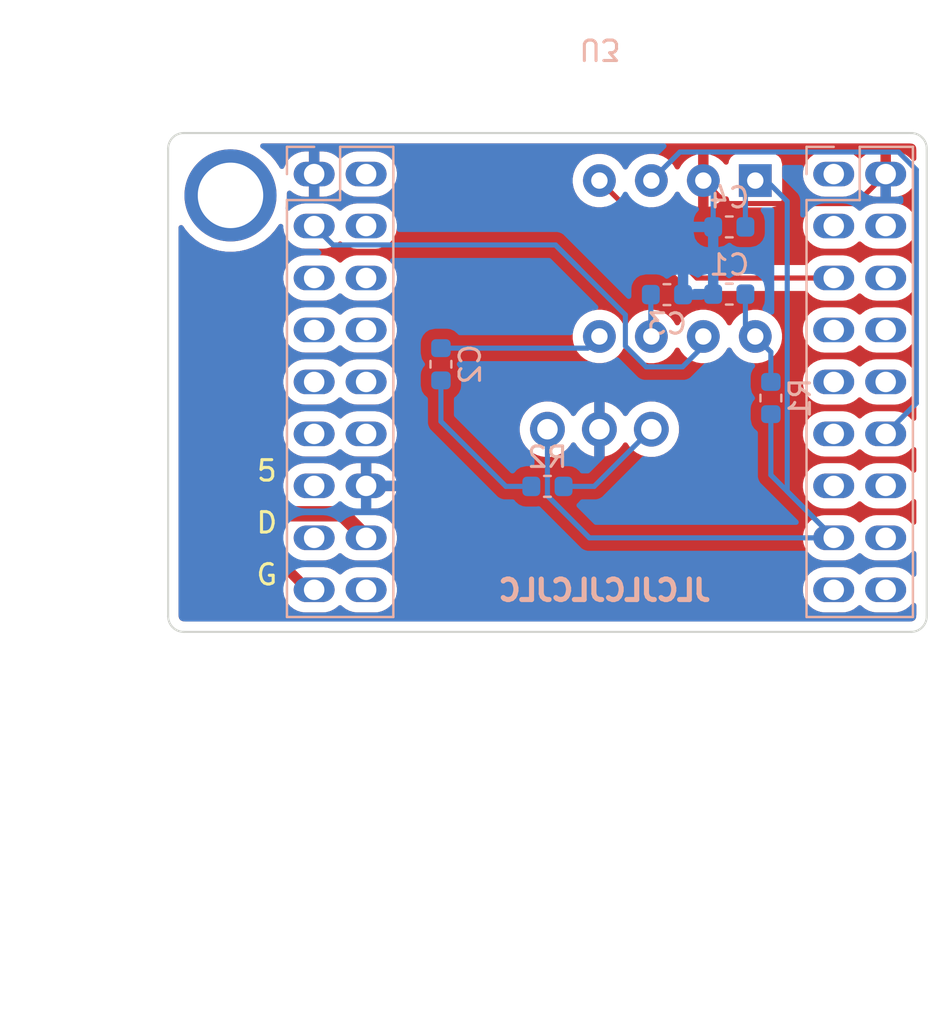
<source format=kicad_pcb>
(kicad_pcb (version 20200628) (host pcbnew "(5.99.0-2290-gd34f8fd4b)")
  (layers (0 "F.Cu" signal) (31 "B.Cu" signal) (34 "B.Paste" user) (35 "F.Paste" user) (36 "B.SilkS" user) (37 "F.SilkS" user) (38 "B.Mask" user) (39 "F.Mask" user) (44 "Edge.Cuts" user))
  (net 0 "")
  (net 1 "GND")
  (net 2 "Net-(C1-Pad1)")
  (net 3 "Net-(C2-Pad2)")
  (net 4 "Net-(C2-Pad1)")
  (net 5 "Net-(C3-Pad1)")
  (net 6 "+3V3")
  (net 7 "AUDIO")
  (net 8 "ESP_STROBE")
  (net 9 "ESP_RESET")
  (net 10 "ESP_AUDIO")
  (net 11 "Net-(U3-Pad29)")
  (net 12 "Net-(U3-Pad25)")
  (net 13 "Net-(U3-Pad30)")
  (net 14 "Net-(U3-Pad32)")
  (net 15 "Net-(U3-Pad23)")
  (net 16 "Net-(U3-Pad27)")
  (net 17 "Net-(U3-Pad34)")
  (net 18 "Net-(U3-Pad28)")
  (net 19 "Net-(U3-Pad35)")
  (net 20 "Net-(U3-Pad24)")
  (net 21 "Net-(U3-Pad19)")
  (net 22 "Net-(U3-Pad26)")
  (net 23 "Net-(U3-Pad21)")
  (net 24 "Net-(U3-Pad13)")
  (net 25 "Net-(U3-Pad7)")
  (net 26 "Net-(U3-Pad12)")
  (net 27 "Net-(U3-Pad2)")
  (net 28 "Net-(U3-Pad14)")
  (net 29 "Net-(U3-Pad4)")
  (net 30 "Net-(U3-Pad5)")
  (net 31 "Net-(U3-Pad9)")
  (net 32 "Net-(U3-Pad10)")
  (net 33 "Net-(U3-Pad17)")
  (net 34 "Net-(U3-Pad8)")
  (net 35 "Net-(U3-Pad15)")
  (net 36 "Net-(U3-Pad3)")
  (net 37 "+5V")
  (net 38 "LED_DATA")
  (net 39 "Net-(U3-Pad18)")
  (module "audio-esp32:FullArt" (layer "F.Cu") (at 144.272 78.232)
    (fp_text reference "G***" hide)
    (fp_text value "LOGO" hide)
  )
  (module "LOGO" (layer "B.Cu") (at 132.842 86.868 -90)
    (fp_text reference "G***" hide)
    (fp_text value "LOGO" hide)
  )
  (module "Connector_PinSocket_2.54mm:PinSocket_1x03_P2.54mm_Vertical" (layer "F.Cu") (at 131.572 87.884 180)
    (fp_text reference "J1" hide)
    (fp_text value "Conn_01x03")
    (fp_text user "G" (at -2.032 0 unlocked) (layer "F.SilkS"))
    (fp_text user "D" (at -2.032 2.54 unlocked) (layer "F.SilkS"))
    (fp_text user "5" (at -2.032 5.08 unlocked) (layer "F.SilkS"))
    (pad "3" smd oval (at 0 5.08 180) (size 2.3 1.7) (layers "F.Cu" "F.Paste" "F.Mask") (net 37 "+5V"))
    (pad "2" smd oval (at 0 2.54 180) (size 2.3 1.7) (layers "F.Cu" "F.Paste" "F.Mask") (net 38 "LED_DATA"))
    (pad "1" smd oval (at 0 0 180) (size 2.3 1.7) (layers "F.Cu" "F.Paste" "F.Mask") (net 1 "GND"))
  )
  (module "Package_DIP:DIP-8_W7.62mm" (layer "F.Cu") (at 157.48 68.61825 -90)
    (fp_text reference "U1" hide)
    (fp_text value "MSGEQ7")
    (pad "8" thru_hole oval (at 7.62 0 270) (size 1.6 1.6) (drill 0.8) (layers *.Cu *.Mask) (net 2 "Net-(C1-Pad1)"))
    (pad "4" thru_hole oval (at 0 7.62 270) (size 1.6 1.6) (drill 0.8) (layers *.Cu *.Mask) (net 8 "ESP_STROBE"))
    (pad "7" thru_hole oval (at 7.62 2.54 270) (size 1.6 1.6) (drill 0.8) (layers *.Cu *.Mask) (net 9 "ESP_RESET"))
    (pad "3" thru_hole oval (at 0 5.08 270) (size 1.6 1.6) (drill 0.8) (layers *.Cu *.Mask) (net 10 "ESP_AUDIO"))
    (pad "6" thru_hole oval (at 7.62 5.08 270) (size 1.6 1.6) (drill 0.8) (layers *.Cu *.Mask) (net 5 "Net-(C3-Pad1)"))
    (pad "2" thru_hole oval (at 0 2.54 270) (size 1.6 1.6) (drill 0.8) (layers *.Cu *.Mask) (net 1 "GND"))
    (pad "5" thru_hole oval (at 7.62 7.62 270) (size 1.6 1.6) (drill 0.8) (layers *.Cu *.Mask) (net 3 "Net-(C2-Pad2)"))
    (pad "1" thru_hole rect (at 0 0 270) (size 1.6 1.6) (drill 0.8) (layers *.Cu *.Mask) (net 6 "+3V3"))
  )
  (module "audio-esp32:MicrophoneModule" (layer "F.Cu") (at 149.86 90.17 180)
    (fp_text reference "U2" hide)
    (fp_text value "MicrophoneModule")
    (pad "1" thru_hole circle (at -2.54 9.398 270) (size 1.7 1.7) (drill 1) (layers *.Cu *.Mask) (net 7 "AUDIO"))
    (pad "3" thru_hole oval (at 2.54 9.398 270) (size 1.7 1.7) (drill 1) (layers *.Cu *.Mask) (net 6 "+3V3"))
    (pad "2" thru_hole oval (at 0 9.398 270) (size 1.7 1.7) (drill 1) (layers *.Cu *.Mask) (net 1 "GND"))
  )
  (module "MountingHole:MountingHole_3.2mm_M3_Pad" (layer "F.Cu") (at 131.826 69.342)
    (fp_text reference "REF**" hide)
    (fp_text value "MountingHole_3.2mm_M3_Pad")
    (pad "1" thru_hole circle (at 0 0) (size 4.5 4.5) (drill 3.2) (layers *.Cu *.Mask))
  )
  (module "f0xparts:USBCWrover" (layer "B.Cu") (at 149.885938 83.032948 180)
    (fp_text reference "U3" (at 0 20.828 180 unlocked) (layer "B.SilkS") (effects (justify mirror)))
    (fp_text value "USBCWrover")
    (fp_line (start -10.1 16.062) (end -11.43 16.062) (layer "B.SilkS") (width 0.12))
    (fp_line (start -10.1 13.462) (end -12.7 13.462) (layer "B.SilkS") (width 0.12))
    (fp_line (start -10.1 -6.918) (end -15.3 -6.918) (layer "B.SilkS") (width 0.12))
    (fp_line (start -10.1 14.732) (end -10.1 16.062) (layer "B.SilkS") (width 0.12))
    (fp_line (start -10.1 13.462) (end -10.1 -6.918) (layer "B.SilkS") (width 0.12))
    (fp_line (start -12.7 16.062) (end -15.3 16.062) (layer "B.SilkS") (width 0.12))
    (fp_line (start -12.7 13.462) (end -12.7 16.062) (layer "B.SilkS") (width 0.12))
    (fp_line (start -15.3 16.062) (end -15.3 -6.918) (layer "B.SilkS") (width 0.12))
    (fp_line (start 15.3 16.062) (end 13.97 16.062) (layer "B.SilkS") (width 0.12))
    (fp_line (start 15.3 13.462) (end 12.7 13.462) (layer "B.SilkS") (width 0.12))
    (fp_line (start 15.3 -6.918) (end 10.1 -6.918) (layer "B.SilkS") (width 0.12))
    (fp_line (start 15.3 14.732) (end 15.3 16.062) (layer "B.SilkS") (width 0.12))
    (fp_line (start 15.3 13.462) (end 15.3 -6.918) (layer "B.SilkS") (width 0.12))
    (fp_line (start 12.7 16.062) (end 10.1 16.062) (layer "B.SilkS") (width 0.12))
    (fp_line (start 12.7 13.462) (end 12.7 16.062) (layer "B.SilkS") (width 0.12))
    (fp_line (start 10.1 16.062) (end 10.1 -6.918) (layer "B.SilkS") (width 0.12))
    (pad "3" thru_hole oval (at -13.97 12.192 180) (size 2 1.2) (drill 1) (layers *.Cu *.Mask) (net 36 "Net-(U3-Pad3)"))
    (pad "18" thru_hole oval (at -11.43 -5.588 180) (size 2 1.2) (drill 1) (layers *.Cu *.Mask) (net 39 "Net-(U3-Pad18)"))
    (pad "15" thru_hole oval (at -13.97 -3.048 180) (size 2 1.2) (drill 1) (layers *.Cu *.Mask) (net 35 "Net-(U3-Pad15)"))
    (pad "8" thru_hole oval (at -11.43 7.112 180) (size 2 1.2) (drill 1) (layers *.Cu *.Mask) (net 34 "Net-(U3-Pad8)"))
    (pad "1" thru_hole oval (at -13.97 14.732 180) (size 2 1.2) (drill 1) (layers *.Cu *.Mask) (net 1 "GND"))
    (pad "6" thru_hole oval (at -11.43 9.652 180) (size 2 1.2) (drill 1) (layers *.Cu *.Mask) (net 8 "ESP_STROBE"))
    (pad "17" thru_hole oval (at -13.97 -5.588 180) (size 2 1.2) (drill 1) (layers *.Cu *.Mask) (net 33 "Net-(U3-Pad17)"))
    (pad "10" thru_hole oval (at -11.43 4.572 180) (size 2 1.2) (drill 1) (layers *.Cu *.Mask) (net 32 "Net-(U3-Pad10)"))
    (pad "16" thru_hole oval (at -11.43 -3.048 180) (size 2 1.2) (drill 1) (layers *.Cu *.Mask) (net 6 "+3V3"))
    (pad "9" thru_hole oval (at -13.97 4.572 180) (size 2 1.2) (drill 1) (layers *.Cu *.Mask) (net 31 "Net-(U3-Pad9)"))
    (pad "5" thru_hole oval (at -13.97 9.652 180) (size 2 1.2) (drill 1) (layers *.Cu *.Mask) (net 30 "Net-(U3-Pad5)"))
    (pad "4" thru_hole oval (at -11.43 12.192 180) (size 2 1.2) (drill 1) (layers *.Cu *.Mask) (net 29 "Net-(U3-Pad4)"))
    (pad "14" thru_hole oval (at -11.43 -0.508 180) (size 2 1.2) (drill 1) (layers *.Cu *.Mask) (net 28 "Net-(U3-Pad14)"))
    (pad "2" thru_hole oval (at -11.43 14.732 180) (size 2 1.2) (drill 1) (layers *.Cu *.Mask) (net 27 "Net-(U3-Pad2)"))
    (pad "12" thru_hole oval (at -11.43 2.032 180) (size 2 1.2) (drill 1) (layers *.Cu *.Mask) (net 26 "Net-(U3-Pad12)"))
    (pad "7" thru_hole oval (at -13.97 7.112 180) (size 2 1.2) (drill 1) (layers *.Cu *.Mask) (net 25 "Net-(U3-Pad7)"))
    (pad "13" thru_hole oval (at -13.97 -0.508 180) (size 2 1.2) (drill 1) (layers *.Cu *.Mask) (net 24 "Net-(U3-Pad13)"))
    (pad "11" thru_hole oval (at -13.97 2.032 180) (size 2 1.2) (drill 1) (layers *.Cu *.Mask) (net 10 "ESP_AUDIO"))
    (pad "21" thru_hole oval (at 11.43 12.192 180) (size 2 1.2) (drill 1) (layers *.Cu *.Mask) (net 23 "Net-(U3-Pad21)"))
    (pad "36" thru_hole oval (at 13.97 -5.588 180) (size 2 1.2) (drill 1) (layers *.Cu *.Mask) (net 38 "LED_DATA"))
    (pad "33" thru_hole oval (at 11.43 -3.048 180) (size 2 1.2) (drill 1) (layers *.Cu *.Mask) (net 37 "+5V"))
    (pad "26" thru_hole oval (at 13.97 7.112 180) (size 2 1.2) (drill 1) (layers *.Cu *.Mask) (net 22 "Net-(U3-Pad26)"))
    (pad "19" thru_hole oval (at 11.43 14.732 180) (size 2 1.2) (drill 1) (layers *.Cu *.Mask) (net 21 "Net-(U3-Pad19)"))
    (pad "24" thru_hole oval (at 13.97 9.652 180) (size 2 1.2) (drill 1) (layers *.Cu *.Mask) (net 20 "Net-(U3-Pad24)"))
    (pad "35" thru_hole oval (at 11.43 -5.588 180) (size 2 1.2) (drill 1) (layers *.Cu *.Mask) (net 19 "Net-(U3-Pad35)"))
    (pad "28" thru_hole oval (at 13.97 4.572 180) (size 2 1.2) (drill 1) (layers *.Cu *.Mask) (net 18 "Net-(U3-Pad28)"))
    (pad "34" thru_hole oval (at 13.97 -3.048 180) (size 2 1.2) (drill 1) (layers *.Cu *.Mask) (net 17 "Net-(U3-Pad34)"))
    (pad "27" thru_hole oval (at 11.43 4.572 180) (size 2 1.2) (drill 1) (layers *.Cu *.Mask) (net 16 "Net-(U3-Pad27)"))
    (pad "23" thru_hole oval (at 11.43 9.652 180) (size 2 1.2) (drill 1) (layers *.Cu *.Mask) (net 15 "Net-(U3-Pad23)"))
    (pad "22" thru_hole oval (at 13.97 12.192 180) (size 2 1.2) (drill 1) (layers *.Cu *.Mask) (net 9 "ESP_RESET"))
    (pad "32" thru_hole oval (at 13.97 -0.508 180) (size 2 1.2) (drill 1) (layers *.Cu *.Mask) (net 14 "Net-(U3-Pad32)"))
    (pad "20" thru_hole oval (at 13.97 14.732 180) (size 2 1.2) (drill 1) (layers *.Cu *.Mask) (net 1 "GND"))
    (pad "30" thru_hole oval (at 13.97 2.032 180) (size 2 1.2) (drill 1) (layers *.Cu *.Mask) (net 13 "Net-(U3-Pad30)"))
    (pad "25" thru_hole oval (at 11.43 7.112 180) (size 2 1.2) (drill 1) (layers *.Cu *.Mask) (net 12 "Net-(U3-Pad25)"))
    (pad "31" thru_hole oval (at 11.43 -0.508 180) (size 2 1.2) (drill 1) (layers *.Cu *.Mask) (net 1 "GND"))
    (pad "29" thru_hole oval (at 11.43 2.032 180) (size 2 1.2) (drill 1) (layers *.Cu *.Mask) (net 11 "Net-(U3-Pad29)"))
    (zone (net 0) (net_name "") (layers "In1.Cu" "In2.Cu" "In3.Cu" "In4.Cu" "In5.Cu" "In6.Cu" "In7.Cu" "In8.Cu" "In9.Cu" "In10.Cu" "In11.Cu" "In12.Cu" "In13.Cu" "In14.Cu" "In15.Cu" "In16.Cu" "In17.Cu" "In18.Cu" "In19.Cu" "In20.Cu" "In21.Cu" "In22.Cu" "In23.Cu" "In24.Cu" "In25.Cu" "In26.Cu" "In27.Cu" "In28.Cu" "In29.Cu" "In30.Cu" "B.Cu") (connect_pads (clearance 0.508)) (min_thickness 0.254)
      (keepout (tracks not_allowed) (vias not_allowed) (pads not_allowed) (copperpour not_allowed) (footprints allowed))
      (fill (thermal_gap 0.508) (thermal_bridge_width 0.508))
      (polygon (pts (xy 140.360939 66.268948) (xy 159.283938 66.268949) (xy 159.283938 59.791948) (xy 140.360939 59.791948)))
    )
  )
  (module "Resistor_SMD:R_0603_1608Metric" (layer "B.Cu") (at 147.32 83.566 180)
    (fp_text reference "R2" (at 0 1.43 180) (layer "B.SilkS") (effects (justify mirror)))
    (fp_text value "22k")
    (fp_line (start -0.162779 -0.51) (end 0.162779 -0.51) (layer "B.SilkS") (width 0.12))
    (fp_line (start -0.162779 0.51) (end 0.162779 0.51) (layer "B.SilkS") (width 0.12))
    (pad "2" smd roundrect (at 0.7875 0 180) (size 0.875 0.95) (layers "B.Cu" "B.Paste" "B.Mask") (net 4 "Net-(C2-Pad1)"))
    (pad "1" smd roundrect (at -0.7875 0 180) (size 0.875 0.95) (layers "B.Cu" "B.Paste" "B.Mask") (net 7 "AUDIO"))
  )
  (module "Resistor_SMD:R_0603_1608Metric" (layer "B.Cu") (at 158.242 79.248 90)
    (fp_text reference "R1" (at 0 1.43 90) (layer "B.SilkS") (effects (justify mirror)))
    (fp_text value "200k")
    (fp_line (start -0.162779 -0.51) (end 0.162779 -0.51) (layer "B.SilkS") (width 0.12))
    (fp_line (start -0.162779 0.51) (end 0.162779 0.51) (layer "B.SilkS") (width 0.12))
    (pad "2" smd roundrect (at 0.7875 0 90) (size 0.875 0.95) (layers "B.Cu" "B.Paste" "B.Mask") (net 2 "Net-(C1-Pad1)"))
    (pad "1" smd roundrect (at -0.7875 0 90) (size 0.875 0.95) (layers "B.Cu" "B.Paste" "B.Mask") (net 6 "+3V3"))
  )
  (module "Capacitor_SMD:C_0603_1608Metric" (layer "B.Cu") (at 156.21 70.883238 180)
    (fp_text reference "C4" (at 0 1.43 180) (layer "B.SilkS") (effects (justify mirror)))
    (fp_text value "100nF")
    (fp_line (start -0.162779 -0.51) (end 0.162779 -0.51) (layer "B.SilkS") (width 0.12))
    (fp_line (start -0.162779 0.51) (end 0.162779 0.51) (layer "B.SilkS") (width 0.12))
    (pad "2" smd roundrect (at 0.7875 0 180) (size 0.875 0.95) (layers "B.Cu" "B.Paste" "B.Mask") (net 1 "GND"))
    (pad "1" smd roundrect (at -0.7875 0 180) (size 0.875 0.95) (layers "B.Cu" "B.Paste" "B.Mask") (net 6 "+3V3"))
  )
  (module "Capacitor_SMD:C_0603_1608Metric" (layer "B.Cu") (at 153.162 74.193052)
    (fp_text reference "C3" (at 0 1.43 180) (layer "B.SilkS") (effects (justify mirror)))
    (fp_text value "100nF")
    (fp_line (start -0.162779 -0.51) (end 0.162779 -0.51) (layer "B.SilkS") (width 0.12))
    (fp_line (start -0.162779 0.51) (end 0.162779 0.51) (layer "B.SilkS") (width 0.12))
    (pad "2" smd roundrect (at 0.7875 0) (size 0.875 0.95) (layers "B.Cu" "B.Paste" "B.Mask") (net 1 "GND"))
    (pad "1" smd roundrect (at -0.7875 0) (size 0.875 0.95) (layers "B.Cu" "B.Paste" "B.Mask") (net 5 "Net-(C3-Pad1)"))
  )
  (module "Capacitor_SMD:C_0603_1608Metric" (layer "B.Cu") (at 142.113 77.597 90)
    (fp_text reference "C2" (at 0 1.43 90) (layer "B.SilkS") (effects (justify mirror)))
    (fp_text value "10nF")
    (fp_line (start -0.162779 -0.51) (end 0.162779 -0.51) (layer "B.SilkS") (width 0.12))
    (fp_line (start -0.162779 0.51) (end 0.162779 0.51) (layer "B.SilkS") (width 0.12))
    (pad "2" smd roundrect (at 0.7875 0 90) (size 0.875 0.95) (layers "B.Cu" "B.Paste" "B.Mask") (net 3 "Net-(C2-Pad2)"))
    (pad "1" smd roundrect (at -0.7875 0 90) (size 0.875 0.95) (layers "B.Cu" "B.Paste" "B.Mask") (net 4 "Net-(C2-Pad1)"))
  )
  (module "Capacitor_SMD:C_0603_1608Metric" (layer "B.Cu") (at 156.21 74.169108 180)
    (fp_text reference "C1" (at 0 1.43 180) (layer "B.SilkS") (effects (justify mirror)))
    (fp_text value "33pF")
    (fp_line (start -0.162779 -0.51) (end 0.162779 -0.51) (layer "B.SilkS") (width 0.12))
    (fp_line (start -0.162779 0.51) (end 0.162779 0.51) (layer "B.SilkS") (width 0.12))
    (pad "2" smd roundrect (at 0.7875 0 180) (size 0.875 0.95) (layers "B.Cu" "B.Paste" "B.Mask") (net 1 "GND"))
    (pad "1" smd roundrect (at -0.7875 0 180) (size 0.875 0.95) (layers "B.Cu" "B.Paste" "B.Mask") (net 2 "Net-(C1-Pad1)"))
  )
  (gr_text "JLCJLCJLCJLC" (at 150.114 88.646) (layer "B.SilkS") (effects (font (size 1 1) (thickness 0.25)) (justify mirror)))
  (gr_line (start 129.54 90.678) (end 165.1 90.678) (layer "Edge.Cuts") (width 0.1))
  (gr_line (start 128.778 67.056) (end 128.778 89.916) (layer "Edge.Cuts") (width 0.1))
  (gr_line (start 165.1 66.294) (end 129.54 66.294) (layer "Edge.Cuts") (width 0.1))
  (gr_line (start 165.862 89.916) (end 165.862 67.056) (layer "Edge.Cuts") (width 0.1))
  (gr_arc (start 165.1 89.916) (end 165.1 90.678) (angle -90) (layer "Edge.Cuts") (width 0.1))
  (gr_arc (start 129.54 89.916) (end 128.778 89.916) (angle -90) (layer "Edge.Cuts") (width 0.1))
  (gr_arc (start 129.54 67.056) (end 129.54 66.294) (angle -90) (layer "Edge.Cuts") (width 0.1))
  (gr_arc (start 165.1 67.056) (end 165.862 67.056) (angle -90) (layer "Edge.Cuts") (width 0.1))
  (segment (start 132.334 85.344) (end 135.128 88.138) (width 0.5) (layer "F.Cu") (net 38))
  (segment (start 131.572 85.344) (end 132.334 85.344) (width 0.5) (layer "F.Cu") (net 38))
  (segment (start 135.610948 88.620948) (end 135.915938 88.620948) (width 0.5) (layer "F.Cu") (net 38))
  (segment (start 135.128 88.138) (end 135.610948 88.620948) (width 0.5) (layer "F.Cu") (net 38))
  (segment (start 131.572 82.804) (end 133.673938 84.905938) (width 0.75) (layer "F.Cu") (net 37))
  (segment (start 133.673938 84.905938) (end 137.280928 84.905938) (width 0.75) (layer "F.Cu") (net 37))
  (segment (start 137.280928 84.905938) (end 138.455938 86.080948) (width 0.75) (layer "F.Cu") (net 37))
  (segment (start 154.94 76.23825) (end 154.94 76.708) (width 0.25) (layer "B.Cu") (net 9))
  (segment (start 154.94 76.708) (end 153.924 77.724) (width 0.25) (layer "B.Cu") (net 9))
  (segment (start 153.924 77.724) (end 152.146 77.724) (width 0.25) (layer "B.Cu") (net 9))
  (segment (start 151.13 75.184) (end 147.711958 71.765958) (width 0.25) (layer "B.Cu") (net 9))
  (segment (start 152.146 77.724) (end 151.13 76.708) (width 0.25) (layer "B.Cu") (net 9))
  (segment (start 151.13 76.708) (end 151.13 75.184) (width 0.25) (layer "B.Cu") (net 9))
  (segment (start 158.242 78.4605) (end 158.242 77.00025) (width 0.25) (layer "B.Cu") (net 2))
  (segment (start 158.242 77.00025) (end 157.48 76.23825) (width 0.25) (layer "B.Cu") (net 2))
  (segment (start 156.9975 74.169108) (end 156.9975 75.75575) (width 0.25) (layer "B.Cu") (net 2))
  (segment (start 156.9975 75.75575) (end 157.48 76.23825) (width 0.25) (layer "B.Cu") (net 2))
  (segment (start 152.3745 74.193052) (end 152.3745 76.21275) (width 0.25) (layer "B.Cu") (net 5))
  (segment (start 152.3745 76.21275) (end 152.4 76.23825) (width 0.25) (layer "B.Cu") (net 5))
  (segment (start 155.4225 74.169108) (end 153.973444 74.169108) (width 0.25) (layer "B.Cu") (net 1))
  (segment (start 153.973444 74.169108) (end 153.9495 74.193052) (width 0.25) (layer "B.Cu") (net 1))
  (segment (start 155.4225 74.169108) (end 155.4225 70.883238) (width 0.25) (layer "B.Cu") (net 1))
  (segment (start 161.315938 73.380948) (end 154.622698 73.380948) (width 0.25) (layer "F.Cu") (net 8))
  (segment (start 154.622698 73.380948) (end 149.86 68.61825) (width 0.25) (layer "F.Cu") (net 8))
  (segment (start 149.86 68.61825) (end 149.86 68.58) (width 0.25) (layer "F.Cu") (net 8))
  (segment (start 154.94 68.61825) (end 156.06501 69.74326) (width 0.25) (layer "F.Cu") (net 1))
  (segment (start 156.06501 69.74326) (end 162.413626 69.74326) (width 0.25) (layer "F.Cu") (net 1))
  (segment (start 162.413626 69.74326) (end 163.855938 68.300948) (width 0.25) (layer "F.Cu") (net 1))
  (segment (start 155.4225 70.883238) (end 155.4225 69.10075) (width 0.25) (layer "B.Cu") (net 1))
  (segment (start 155.4225 69.10075) (end 154.94 68.61825) (width 0.25) (layer "B.Cu") (net 1))
  (segment (start 152.4 75.967589) (end 152.4 76.23825) (width 0.25) (layer "B.Cu") (net 5))
  (segment (start 152.4255 75.942089) (end 152.4 75.967589) (width 0.25) (layer "B.Cu") (net 5))
  (segment (start 165.354 68.090849) (end 164.48573 67.222579) (width 0.25) (layer "B.Cu") (net 10))
  (segment (start 153.795671 67.222579) (end 152.4 68.61825) (width 0.25) (layer "B.Cu") (net 10))
  (segment (start 164.48573 67.222579) (end 153.795671 67.222579) (width 0.25) (layer "B.Cu") (net 10))
  (segment (start 156.9975 69.10075) (end 157.48 68.61825) (width 0.25) (layer "B.Cu") (net 6))
  (segment (start 165.354 79.502886) (end 165.354 68.090849) (width 0.25) (layer "B.Cu") (net 10))
  (segment (start 142.113 76.8095) (end 149.28875 76.8095) (width 0.25) (layer "B.Cu") (net 3))
  (segment (start 163.855938 81.000948) (end 165.354 79.502886) (width 0.25) (layer "B.Cu") (net 10))
  (segment (start 149.28875 76.8095) (end 149.86 76.23825) (width 0.25) (layer "B.Cu") (net 3))
  (segment (start 156.9975 70.883238) (end 156.9975 69.10075) (width 0.25) (layer "B.Cu") (net 6))
  (segment (start 157.48 68.61825) (end 158.02625 68.61825) (width 0.25) (layer "B.Cu") (net 6))
  (segment (start 158.02625 68.61825) (end 159.04201 69.63401) (width 0.25) (layer "B.Cu") (net 6))
  (segment (start 159.04201 69.63401) (end 159.04201 83.80702) (width 0.25) (layer "B.Cu") (net 6))
  (segment (start 159.04201 83.80702) (end 161.315938 86.080948) (width 0.25) (layer "B.Cu") (net 6))
  (segment (start 147.711958 71.765958) (end 148.844 72.898) (width 0.25) (layer "B.Cu") (net 9))
  (segment (start 148.844 72.898) (end 148.59 72.644) (width 0.25) (layer "B.Cu") (net 9))
  (segment (start 135.915938 70.840948) (end 136.840948 71.765958) (width 0.25) (layer "B.Cu") (net 9))
  (segment (start 136.840948 71.765958) (end 147.711958 71.765958) (width 0.25) (layer "B.Cu") (net 9))
  (segment (start 149.86 80.772) (end 149.86 82.042) (width 0.25) (layer "F.Cu") (net 1))
  (segment (start 149.86 82.042) (end 148.361052 83.540948) (width 0.25) (layer "F.Cu") (net 1))
  (segment (start 148.361052 83.540948) (end 138.455938 83.540948) (width 0.25) (layer "F.Cu") (net 1))
  (segment (start 146.5325 83.566) (end 145.288 83.566) (width 0.25) (layer "B.Cu") (net 4))
  (segment (start 145.288 83.566) (end 142.113 80.391) (width 0.25) (layer "B.Cu") (net 4))
  (segment (start 142.113 80.391) (end 142.113 78.3845) (width 0.25) (layer "B.Cu") (net 4))
  (segment (start 152.4 80.772) (end 149.606 83.566) (width 0.25) (layer "B.Cu") (net 7))
  (segment (start 149.606 83.566) (end 148.1075 83.566) (width 0.25) (layer "B.Cu") (net 7))
  (segment (start 147.32 80.772) (end 147.32 84.026164) (width 0.25) (layer "B.Cu") (net 6))
  (segment (start 147.32 84.026164) (end 149.374784 86.080948) (width 0.25) (layer "B.Cu") (net 6))
  (segment (start 149.374784 86.080948) (end 161.315938 86.080948) (width 0.25) (layer "B.Cu") (net 6))
  (segment (start 149.86 80.772) (end 149.86 80.264) (width 0.25) (layer "B.Cu") (net 1))
  (segment (start 158.242 80.0355) (end 158.242 83.00701) (width 0.25) (layer "B.Cu") (net 6))
  (segment (start 158.242 83.00701) (end 161.315938 86.080948) (width 0.25) (layer "B.Cu") (net 6))
  (zone (net 1) (net_name "GND") (layers F&B.Cu) (connect_pads (clearance 0.508)) (min_thickness 0.254) (fill yes (thermal_gap 0.508) (thermal_bridge_width 0.508))
    (polygon (pts (xy 166.624 91.44) (xy 127.254 91.44) (xy 127.254 65.532) (xy 166.624 65.532)))
  )
)
</source>
